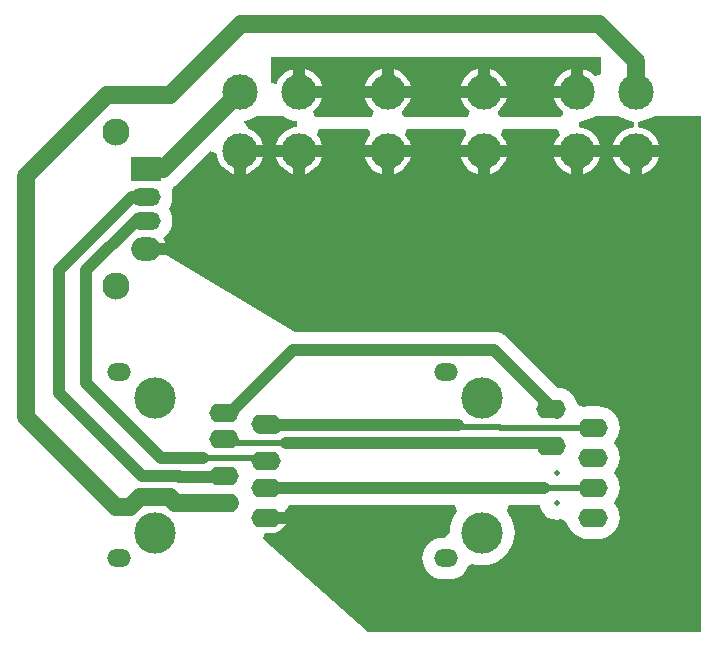
<source format=gbl>
G04 Layer_Physical_Order=2*
G04 Layer_Color=16711680*
%FSLAX44Y44*%
%MOMM*%
G71*
G01*
G75*
%ADD10C,1.5240*%
%ADD11C,1.0160*%
%ADD12C,0.5080*%
%ADD13O,2.5000X1.5000*%
%ADD14R,2.5000X2.0000*%
%ADD15O,2.5000X2.0000*%
%ADD16C,2.3000*%
%ADD17C,3.0000*%
%ADD18O,2.0000X1.5000*%
%ADD19C,3.5000*%
%ADD20O,2.5000X1.6000*%
%ADD21C,0.5080*%
G36*
X1149350Y485140D02*
X867410D01*
X778498Y563467D01*
X780386Y568467D01*
X785470D01*
X788885Y568917D01*
X792066Y570235D01*
X794799Y572331D01*
X796895Y575064D01*
X797523Y576580D01*
X780970D01*
Y586740D01*
X797523D01*
X797454Y586907D01*
X799196Y590655D01*
X800396Y591907D01*
X940993D01*
X941011Y591890D01*
X943093Y586907D01*
X941613Y585174D01*
X939352Y581483D01*
X937695Y577484D01*
X936685Y573275D01*
X936400Y569664D01*
X936333Y568949D01*
X931665Y564695D01*
X930930D01*
X927500Y564357D01*
X924201Y563356D01*
X921161Y561731D01*
X918496Y559544D01*
X916309Y556879D01*
X914684Y553839D01*
X913683Y550541D01*
X913345Y547110D01*
X913683Y543679D01*
X914684Y540381D01*
X916309Y537340D01*
X918496Y534676D01*
X921161Y532489D01*
X924201Y530864D01*
X927500Y529863D01*
X930930Y529525D01*
X935930D01*
X939361Y529863D01*
X942660Y530864D01*
X945700Y532489D01*
X948364Y534676D01*
X950551Y537340D01*
X952176Y540381D01*
X952466Y541334D01*
X955406Y542725D01*
X959615Y541715D01*
X963930Y541375D01*
X968245Y541715D01*
X972454Y542725D01*
X976453Y544382D01*
X980144Y546643D01*
X983436Y549454D01*
X986247Y552746D01*
X988508Y556437D01*
X990165Y560436D01*
X991175Y564645D01*
X991515Y568960D01*
X991175Y573275D01*
X990165Y577484D01*
X988508Y581483D01*
X986247Y585174D01*
X984767Y586907D01*
X986849Y591890D01*
X986867Y591907D01*
X1013128D01*
X1013303Y590575D01*
X1014764Y587047D01*
X1017088Y584019D01*
X1020117Y581694D01*
X1023645Y580233D01*
X1027430Y579735D01*
X1030370Y580122D01*
X1032096Y579600D01*
X1035994Y576801D01*
X1036620Y574738D01*
X1038291Y571611D01*
X1040540Y568871D01*
X1043281Y566621D01*
X1046408Y564950D01*
X1049801Y563921D01*
X1053330Y563573D01*
X1062330D01*
X1065859Y563921D01*
X1069252Y564950D01*
X1072379Y566621D01*
X1075119Y568871D01*
X1077369Y571611D01*
X1079040Y574738D01*
X1080070Y578131D01*
X1080417Y581660D01*
X1080070Y585189D01*
X1079040Y588582D01*
X1077369Y591709D01*
X1075193Y594360D01*
X1077369Y597011D01*
X1079040Y600138D01*
X1080070Y603531D01*
X1080417Y607060D01*
X1080070Y610589D01*
X1079040Y613982D01*
X1077369Y617109D01*
X1075193Y619760D01*
X1077369Y622411D01*
X1079040Y625538D01*
X1080070Y628931D01*
X1080417Y632460D01*
X1080070Y635989D01*
X1079040Y639382D01*
X1077369Y642509D01*
X1075193Y645160D01*
X1077369Y647811D01*
X1079040Y650938D01*
X1080070Y654331D01*
X1080417Y657860D01*
X1080070Y661389D01*
X1079040Y664782D01*
X1077369Y667909D01*
X1075119Y670649D01*
X1072379Y672899D01*
X1069252Y674570D01*
X1065859Y675600D01*
X1062330Y675947D01*
X1053330D01*
X1049845Y675604D01*
X1049799Y675600D01*
X1045146Y676994D01*
X1044109Y678986D01*
X1043640Y680530D01*
X1041969Y683657D01*
X1039719Y686397D01*
X1036979Y688647D01*
X1033852Y690318D01*
X1030459Y691348D01*
X1027811Y691608D01*
X984805Y734615D01*
X982509Y736499D01*
X979889Y737899D01*
X977046Y738762D01*
X974090Y739053D01*
X974090Y739053D01*
X805867D01*
X801370Y741680D01*
Y741680D01*
X801370Y741680D01*
X696565Y803970D01*
X679050D01*
Y814130D01*
X695768D01*
X695550Y814849D01*
X693820Y818429D01*
X696485Y820616D01*
X698671Y823280D01*
X700296Y826320D01*
X701297Y829619D01*
X701635Y833050D01*
X701297Y836480D01*
X700296Y839779D01*
X698671Y842819D01*
X698500Y843028D01*
Y843072D01*
X698671Y843280D01*
X700296Y846320D01*
X701297Y849619D01*
X701635Y853050D01*
X701550Y857050D01*
X702376Y861708D01*
X703536Y862328D01*
X706219Y864530D01*
X733967Y892278D01*
X739018Y890258D01*
X739201Y888404D01*
X740349Y884619D01*
X742213Y881130D01*
X744723Y878073D01*
X747780Y875563D01*
X751269Y873699D01*
X753910Y872898D01*
Y892340D01*
X758990D01*
Y897420D01*
X778433D01*
X777631Y900062D01*
X775767Y903550D01*
X773258Y906608D01*
X770200Y909117D01*
X766712Y910981D01*
X765896Y911229D01*
X762732Y916420D01*
X762697Y917176D01*
X762847Y917599D01*
X763891Y917702D01*
X768604Y919131D01*
X772947Y921453D01*
X773638Y922020D01*
X794342D01*
X795033Y921453D01*
X799377Y919131D01*
X804089Y917702D01*
X807353Y917380D01*
Y912356D01*
X805054Y912130D01*
X801268Y910981D01*
X797780Y909117D01*
X794723Y906608D01*
X792213Y903550D01*
X790349Y900062D01*
X789548Y897420D01*
X808990D01*
X828432D01*
X827631Y900062D01*
X825767Y903550D01*
X824032Y905664D01*
X824990Y908998D01*
X826197Y910664D01*
X867201D01*
X868770Y907811D01*
X869207Y905664D01*
X867143Y903150D01*
X865279Y899661D01*
X864477Y897020D01*
X883920D01*
X903363D01*
X902561Y899661D01*
X900697Y903150D01*
X898633Y905664D01*
X899070Y907811D01*
X900639Y910664D01*
X948481D01*
X950050Y907811D01*
X950487Y905664D01*
X948423Y903150D01*
X946559Y899661D01*
X945758Y897020D01*
X965200D01*
X984642D01*
X983841Y899661D01*
X981977Y903150D01*
X979913Y905664D01*
X980350Y907811D01*
X981919Y910664D01*
X1027621D01*
X1029190Y907811D01*
X1029626Y905664D01*
X1027563Y903150D01*
X1025698Y899661D01*
X1024897Y897020D01*
X1044340D01*
X1063782D01*
X1062981Y899661D01*
X1061116Y903150D01*
X1058607Y906207D01*
X1055550Y908717D01*
X1052061Y910581D01*
X1048276Y911729D01*
X1045974Y911956D01*
Y916980D01*
X1049241Y917302D01*
X1053953Y918732D01*
X1058296Y921053D01*
X1059475Y922020D01*
X1079205D01*
X1080384Y921053D01*
X1084727Y918732D01*
X1089439Y917302D01*
X1092706Y916980D01*
Y911956D01*
X1090404Y911729D01*
X1086619Y910581D01*
X1083130Y908717D01*
X1080073Y906207D01*
X1077563Y903150D01*
X1075699Y899661D01*
X1074898Y897020D01*
X1094340D01*
X1113783D01*
X1112981Y899661D01*
X1111117Y903150D01*
X1108608Y906207D01*
X1105550Y908717D01*
X1102062Y910581D01*
X1098277Y911729D01*
X1095974Y911956D01*
Y916980D01*
X1099241Y917302D01*
X1103954Y918732D01*
X1108297Y921053D01*
X1109475Y922020D01*
X1149350D01*
Y485140D01*
D02*
G37*
G36*
X1064260Y957201D02*
X1059260Y955412D01*
X1058607Y956207D01*
X1055550Y958717D01*
X1052061Y960581D01*
X1049420Y961383D01*
Y941940D01*
X1044340D01*
Y936860D01*
X1024898D01*
X1025699Y934219D01*
X1027563Y930730D01*
X1030073Y927673D01*
X1032415Y925750D01*
X1032084Y923198D01*
X1030780Y920750D01*
X978760D01*
X977456Y923198D01*
X977125Y925750D01*
X979467Y927673D01*
X981977Y930730D01*
X983841Y934219D01*
X984642Y936860D01*
X965200D01*
X945758D01*
X946559Y934219D01*
X948423Y930730D01*
X950933Y927673D01*
X953275Y925750D01*
X952944Y923198D01*
X951640Y920750D01*
X897480D01*
X896176Y923198D01*
X895845Y925750D01*
X898187Y927673D01*
X900697Y930730D01*
X902561Y934219D01*
X903363Y936860D01*
X883920D01*
Y941940D01*
D01*
Y936860D01*
X864477D01*
X865279Y934219D01*
X867143Y930730D01*
X869653Y927673D01*
X871995Y925750D01*
X871664Y923198D01*
X870360Y920750D01*
X822316D01*
X820406Y925172D01*
X820427Y925750D01*
X823257Y928073D01*
X825767Y931130D01*
X827631Y934619D01*
X828432Y937260D01*
X808990D01*
Y942340D01*
X803910D01*
Y961783D01*
X801268Y960981D01*
X797780Y959117D01*
X794723Y956607D01*
X792213Y953550D01*
X790349Y950061D01*
X789860Y948450D01*
X784860Y949192D01*
Y971550D01*
X1064260D01*
Y957201D01*
D02*
G37*
%LPC*%
G36*
X984642Y886860D02*
X970280D01*
Y872497D01*
X972922Y873298D01*
X976410Y875163D01*
X979467Y877672D01*
X981977Y880730D01*
X983841Y884218D01*
X984642Y886860D01*
D02*
G37*
G36*
X1113783D02*
X1099420D01*
Y872497D01*
X1102062Y873298D01*
X1105550Y875163D01*
X1108608Y877672D01*
X1111117Y880730D01*
X1112981Y884218D01*
X1113783Y886860D01*
D02*
G37*
G36*
X1063782D02*
X1049420D01*
Y872497D01*
X1052061Y873298D01*
X1055550Y875163D01*
X1058607Y877672D01*
X1061116Y880730D01*
X1062981Y884218D01*
X1063782Y886860D01*
D02*
G37*
G36*
X903363D02*
X889000D01*
Y872497D01*
X891641Y873298D01*
X895130Y875163D01*
X898187Y877672D01*
X900697Y880730D01*
X902561Y884218D01*
X903363Y886860D01*
D02*
G37*
G36*
X1089260D02*
X1074898D01*
X1075699Y884218D01*
X1077563Y880730D01*
X1080073Y877672D01*
X1083130Y875163D01*
X1086619Y873298D01*
X1089260Y872497D01*
Y886860D01*
D02*
G37*
G36*
X1039260D02*
X1024897D01*
X1025698Y884218D01*
X1027563Y880730D01*
X1030072Y877672D01*
X1033130Y875163D01*
X1036618Y873298D01*
X1039260Y872497D01*
Y886860D01*
D02*
G37*
G36*
X960120D02*
X945758D01*
X946559Y884218D01*
X948423Y880730D01*
X950933Y877672D01*
X953990Y875163D01*
X957478Y873298D01*
X960120Y872497D01*
Y886860D01*
D02*
G37*
G36*
X878840D02*
X864477D01*
X865279Y884218D01*
X867143Y880730D01*
X869653Y877672D01*
X872710Y875163D01*
X876199Y873298D01*
X878840Y872497D01*
Y886860D01*
D02*
G37*
G36*
X803910Y887260D02*
X789548D01*
X790349Y884619D01*
X792213Y881130D01*
X794723Y878073D01*
X797780Y875563D01*
X801268Y873699D01*
X803910Y872898D01*
Y887260D01*
D02*
G37*
G36*
X828432D02*
X814070D01*
Y872898D01*
X816712Y873699D01*
X820200Y875563D01*
X823257Y878073D01*
X825767Y881130D01*
X827631Y884619D01*
X828432Y887260D01*
D02*
G37*
G36*
X778433D02*
X764070D01*
Y872898D01*
X766712Y873699D01*
X770200Y875563D01*
X773258Y878073D01*
X775767Y881130D01*
X777631Y884619D01*
X778433Y887260D01*
D02*
G37*
G36*
X889000Y961383D02*
Y947020D01*
X903363D01*
X902561Y949661D01*
X900697Y953150D01*
X898187Y956207D01*
X895130Y958717D01*
X891641Y960581D01*
X889000Y961383D01*
D02*
G37*
G36*
X960120D02*
X957478Y960581D01*
X953990Y958717D01*
X950933Y956207D01*
X948423Y953150D01*
X946559Y949661D01*
X945758Y947020D01*
X960120D01*
Y961383D01*
D02*
G37*
G36*
X814070Y961783D02*
Y947420D01*
X828432D01*
X827631Y950061D01*
X825767Y953550D01*
X823257Y956607D01*
X820200Y959117D01*
X816712Y960981D01*
X814070Y961783D01*
D02*
G37*
G36*
X970280Y961383D02*
Y947020D01*
X984642D01*
X983841Y949661D01*
X981977Y953150D01*
X979467Y956207D01*
X976410Y958717D01*
X972922Y960581D01*
X970280Y961383D01*
D02*
G37*
G36*
X878840D02*
X876199Y960581D01*
X872710Y958717D01*
X869653Y956207D01*
X867143Y953150D01*
X865279Y949661D01*
X864477Y947020D01*
X878840D01*
Y961383D01*
D02*
G37*
G36*
X1039260D02*
X1036618Y960581D01*
X1033130Y958717D01*
X1030073Y956207D01*
X1027563Y953150D01*
X1025699Y949661D01*
X1024898Y947020D01*
X1039260D01*
Y961383D01*
D02*
G37*
%LPD*%
D10*
X759460Y999490D02*
X1062990D01*
X699770Y939800D02*
X759460Y999490D01*
X646430Y939800D02*
X699770D01*
X704266Y594360D02*
X750570D01*
X699546Y599080D02*
X704266Y594360D01*
X674594Y599080D02*
X699546D01*
X666064Y590550D02*
X674594Y599080D01*
X654050Y590550D02*
X666064D01*
X577850Y666750D02*
X654050Y590550D01*
X577850Y666750D02*
Y871220D01*
X646430Y939800D01*
X1062990Y999490D02*
X1094340Y968140D01*
Y941940D02*
Y968140D01*
X693700Y877050D02*
X758990Y942340D01*
X679050Y877050D02*
X693700D01*
D11*
X707708Y615950D02*
X746760D01*
X706878Y616780D02*
X707708Y615950D01*
X676080Y616780D02*
X706878D01*
X692150Y632460D02*
X727710D01*
X628650Y695960D02*
X692150Y632460D01*
X605790Y687070D02*
X676080Y616780D01*
X775970Y607060D02*
X1016000D01*
X797560Y645160D02*
X1027430D01*
X791281Y660320D02*
X943530D01*
X788820Y657860D02*
X791281Y660320D01*
X775970Y657860D02*
X788820D01*
X746760Y615950D02*
X750570Y619760D01*
X605790Y687070D02*
Y791210D01*
X667630Y853050D01*
X628650Y791210D02*
X670490Y833050D01*
X628650Y695960D02*
Y791210D01*
X974090Y723900D02*
X1027430Y670560D01*
X803910Y723900D02*
X974090D01*
X750570Y670560D02*
X803910Y723900D01*
D12*
X727710Y632460D02*
X775970D01*
X1016000Y607060D02*
X1052830D01*
X945630Y658220D02*
X978810D01*
X979170Y657860D01*
X1052830D01*
X943530Y660320D02*
X945630Y658220D01*
X750570Y645160D02*
X797560D01*
X667630Y853050D02*
X679050D01*
X670490Y833050D02*
X679050D01*
D13*
D03*
Y853050D02*
D03*
D14*
Y877050D02*
D03*
D15*
Y809050D02*
D03*
D16*
X654050Y908050D02*
D03*
Y778050D02*
D03*
D17*
X1094340Y891940D02*
D03*
X1044340D02*
D03*
X1094340Y941940D02*
D03*
X1044340D02*
D03*
X965200Y891940D02*
D03*
Y941940D02*
D03*
X883920Y891940D02*
D03*
Y941940D02*
D03*
X808990Y892340D02*
D03*
X758990D02*
D03*
X808990Y942340D02*
D03*
X758990D02*
D03*
D18*
X656570Y547110D02*
D03*
Y705110D02*
D03*
X933430Y547110D02*
D03*
Y705110D02*
D03*
D19*
X687070Y568960D02*
D03*
Y683260D02*
D03*
X963930Y568960D02*
D03*
Y683260D02*
D03*
D20*
X745570Y616712D02*
D03*
Y648208D02*
D03*
Y594360D02*
D03*
Y670560D02*
D03*
X780970Y581660D02*
D03*
Y607060D02*
D03*
Y629412D02*
D03*
Y660908D02*
D03*
X1022430Y642112D02*
D03*
Y673608D02*
D03*
X1057830Y581660D02*
D03*
Y607060D02*
D03*
Y632460D02*
D03*
Y657860D02*
D03*
D21*
X1027430Y619760D02*
D03*
Y594360D02*
D03*
M02*

</source>
